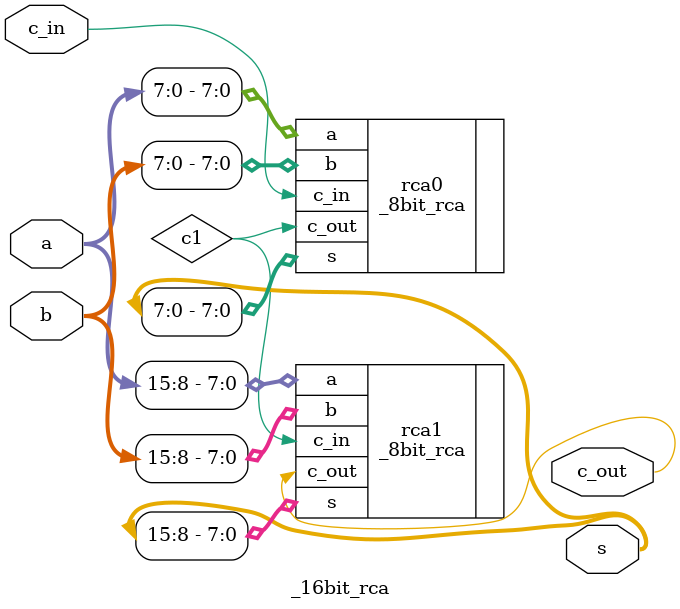
<source format=sv>
`ifndef __16BIT_RCA_SVH_
`define __16BIT_RCA_SVH_

`default_nettype none
`timescale 1us/100 ns

`include "8bit_rca.sv"

module _16bit_rca(a, b, c_in, s, c_out);

    input wire [15:0] a, b;
    input wire c_in;
    output wire [15:0] s;
    output wire c_out;

    wire c1;

    _8bit_rca rca0(
        .a(a[7:0]),
        .b(b[7:0]),
        .c_in(c_in),
        .s(s[7:0]),
        .c_out(c1)
    );

    _8bit_rca rca1(
        .a(a[15:8]),
        .b(b[15:8]),
        .c_in(c1),
        .s(s[15:8]),
        .c_out(c_out)
    );

endmodule

`endif  /* __16BIT_RCA_SVH_ */

</source>
